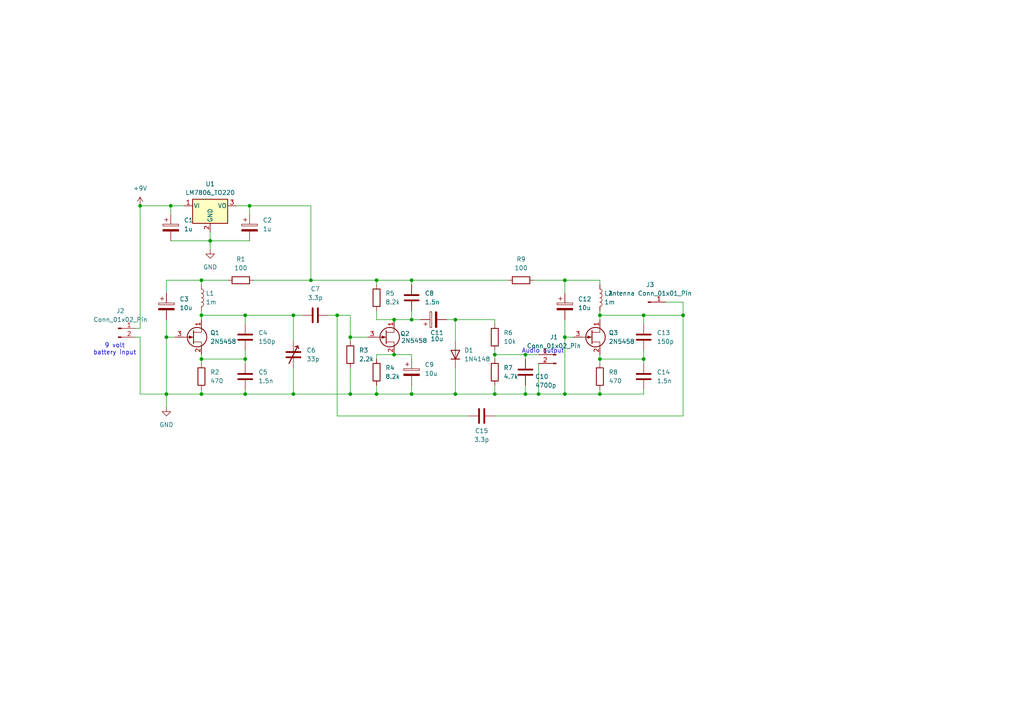
<source format=kicad_sch>
(kicad_sch (version 20250114) (generator "eeschema") (generator_version "9.0")
  (paper "A4")
  (title_block (title "Tone-Only Theremin") (date "2025-06-05") (rev "V1.2"))
  (lib_symbols
    (symbol "2N3819_1" (pin_names (hide yes))
      (property "Reference" "Q3" (at 5.08 1.2701 0))
      (property "Value" "2N5458" (at 5.08 -1.2699 0))
      (symbol "2N3819_1_0_1"
        (polyline (pts (xy 0 0) (xy -1.016 0.381) (xy -1.016 -0.381) (xy 0 0)) (fill (type outline)))
        (polyline (pts (xy 0.254 1.905) (xy 0.254 -1.905)) (stroke (width 0.254)))
        (polyline (pts (xy 0.254 0) (xy -2.54 0)))
        (circle (center 1.27 0) (radius 2.8194) (stroke (width 0.254)))
        (polyline (pts (xy 2.54 2.54) (xy 2.54 1.397) (xy 0.254 1.397)))
        (polyline (pts (xy 2.54 -2.54) (xy 2.54 -1.397) (xy 0.254 -1.397)))
      )
      (symbol "2N3819_1_1_1"
        (pin input line (at -5.08 0 0) (length 2.54) (name "G") (number "3"))
        (pin passive line (at 2.54 5.08 270) (length 2.54) (name "D") (number "1"))
        (pin passive line (at 2.54 -5.08 90) (length 2.54) (name "S") (number "2"))
      )
    )
    (symbol "2N3819_2" (pin_names (hide yes))
      (property "Reference" "Q2" (at 4.318 1.016 0))
      (property "Value" "2N5458" (at 4.572 -1.016 0))
      (symbol "2N3819_2_0_1"
        (polyline (pts (xy 0 0) (xy -1.016 0.381) (xy -1.016 -0.381) (xy 0 0)) (fill (type outline)))
        (polyline (pts (xy 0.254 1.905) (xy 0.254 -1.905)) (stroke (width 0.254)))
        (polyline (pts (xy 0.254 0) (xy -2.54 0)))
        (circle (center 1.27 0) (radius 2.8194) (stroke (width 0.254)))
        (polyline (pts (xy 2.54 2.54) (xy 2.54 1.397) (xy 0.254 1.397)))
        (polyline (pts (xy 2.54 -2.54) (xy 2.54 -1.397) (xy 0.254 -1.397)))
      )
      (symbol "2N3819_2_1_1"
        (pin input line (at -5.08 0 0) (length 2.54) (name "G") (number "3"))
        (pin passive line (at 2.54 5.08 270) (length 2.54) (name "D") (number "1"))
        (pin passive line (at 2.54 -5.08 90) (length 2.54) (name "S") (number "2"))
      )
    )
    (symbol "Connector:Conn_01x01_Pin" (pin_names (offset 1.016) (hide yes))
      (property "Reference" "J" (at 0 2.54 0))
      (property "Value" "Conn_01x01_Pin" (at 0 -2.54 0))
      (symbol "Conn_01x01_Pin_1_1"
        (rectangle (start 0.8636 0.127) (end 0 -0.127) (stroke (width 0.1524)) (fill (type outline)))
        (polyline (pts (xy 1.27 0) (xy 0.8636 0)) (stroke (width 0.1524)))
        (pin passive line (at 5.08 0 180) (length 3.81) (name "Pin_1") (number "1"))
      )
    )
    (symbol "Connector:Conn_01x02_Pin" (pin_names (offset 1.016) (hide yes))
      (property "Reference" "J" (at 0 2.54 0))
      (property "Value" "Conn_01x02_Pin" (at 0 -5.08 0))
      (symbol "Conn_01x02_Pin_1_1"
        (rectangle (start 0.8636 0.127) (end 0 -0.127) (stroke (width 0.1524)) (fill (type outline)))
        (rectangle (start 0.8636 -2.413) (end 0 -2.667) (stroke (width 0.1524)) (fill (type outline)))
        (polyline (pts (xy 1.27 0) (xy 0.8636 0)) (stroke (width 0.1524)))
        (polyline (pts (xy 1.27 -2.54) (xy 0.8636 -2.54)) (stroke (width 0.1524)))
        (pin passive line (at 5.08 0 180) (length 3.81) (name "Pin_1") (number "1"))
        (pin passive line (at 5.08 -2.54 180) (length 3.81) (name "Pin_2") (number "2"))
      )
    )
    (symbol "Device:C" (pin_numbers (hide yes)) (pin_names (offset 0.254))
      (property "Reference" "C" (at 0.635 2.54 0))
      (property "Value" "C" (at 0.635 -2.54 0))
      (symbol "C_0_1"
        (polyline (pts (xy -2.032 0.762) (xy 2.032 0.762)) (stroke (width 0.508)))
        (polyline (pts (xy -2.032 -0.762) (xy 2.032 -0.762)) (stroke (width 0.508)))
      )
      (symbol "C_1_1"
        (pin passive line (at 0 3.81 270) (length 2.794) (name "~") (number "1"))
        (pin passive line (at 0 -3.81 90) (length 2.794) (name "~") (number "2"))
      )
    )
    (symbol "Device:C_Polarized" (pin_numbers (hide yes)) (pin_names (offset 0.254))
      (property "Reference" "C" (at 0.635 2.54 0))
      (property "Value" "C_Polarized" (at 0.635 -2.54 0))
      (symbol "C_Polarized_0_1"
        (rectangle (start -2.286 0.508) (end 2.286 1.016))
        (polyline (pts (xy -1.778 2.286) (xy -0.762 2.286)))
        (polyline (pts (xy -1.27 2.794) (xy -1.27 1.778)))
        (rectangle (start 2.286 -0.508) (end -2.286 -1.016) (fill (type outline)))
      )
      (symbol "C_Polarized_1_1"
        (pin passive line (at 0 3.81 270) (length 2.794) (name "~") (number "1"))
        (pin passive line (at 0 -3.81 90) (length 2.794) (name "~") (number "2"))
      )
    )
    (symbol "Device:C_Variable" (pin_numbers (hide yes)) (pin_names (offset 0.254) (hide yes))
      (property "Reference" "C" (at 0.635 -1.905 0))
      (property "Value" "C_Variable" (at 0.635 -3.81 0))
      (symbol "C_Variable_0_1"
        (polyline (pts (xy -2.032 0.762) (xy 2.032 0.762)) (stroke (width 0.508)))
        (polyline (pts (xy -2.032 -0.762) (xy 2.032 -0.762)) (stroke (width 0.508)))
        (polyline (pts (xy 1.27 2.54) (xy -1.27 -2.54)) (stroke (width 0.3048)))
        (polyline (pts (xy 1.27 2.54) (xy 0.508 2.286)) (stroke (width 0.3048)))
        (polyline (pts (xy 1.27 2.54) (xy 1.524 1.778)) (stroke (width 0.3048)))
      )
      (symbol "C_Variable_1_1"
        (pin passive line (at 0 3.81 270) (length 3.048) (name "~") (number "1"))
        (pin passive line (at 0 -3.81 90) (length 3.048) (name "~") (number "2"))
      )
    )
    (symbol "Device:L" (pin_numbers (hide yes)) (pin_names (offset 1.016) (hide yes))
      (property "Reference" "L" (at -1.27 0 90))
      (property "Value" "L" (at 1.905 0 90))
      (symbol "L_0_1"
        (arc (start 0 2.54) (mid 0.6323 1.905) (end 0 1.27))
        (arc (start 0 1.27) (mid 0.6323 0.635) (end 0 0))
        (arc (start 0 0) (mid 0.6323 -0.635) (end 0 -1.27))
        (arc (start 0 -1.27) (mid 0.6323 -1.905) (end 0 -2.54))
      )
      (symbol "L_1_1"
        (pin passive line (at 0 3.81 270) (length 1.27) (name "1") (number "1"))
        (pin passive line (at 0 -3.81 90) (length 1.27) (name "2") (number "2"))
      )
    )
    (symbol "Device:R" (pin_numbers (hide yes)) (pin_names (offset 0))
      (property "Reference" "R" (at 2.032 0 90))
      (property "Value" "R" (at 0 0 90))
      (symbol "R_0_1"
        (rectangle (start -1.016 -2.54) (end 1.016 2.54) (stroke (width 0.254)))
      )
      (symbol "R_1_1"
        (pin passive line (at 0 3.81 270) (length 1.27) (name "~") (number "1"))
        (pin passive line (at 0 -3.81 90) (length 1.27) (name "~") (number "2"))
      )
    )
    (symbol "Diode:1N4148" (pin_numbers (hide yes)) (pin_names (hide yes))
      (property "Reference" "D" (at 0 2.54 0))
      (property "Value" "1N4148" (at 0 -2.54 0))
      (symbol "1N4148_0_1"
        (polyline (pts (xy -1.27 1.27) (xy -1.27 -1.27)) (stroke (width 0.254)))
        (polyline (pts (xy 1.27 1.27) (xy 1.27 -1.27) (xy -1.27 0) (xy 1.27 1.27)) (stroke (width 0.254)))
        (polyline (pts (xy 1.27 0) (xy -1.27 0)))
      )
      (symbol "1N4148_1_1"
        (pin passive line (at -3.81 0 0) (length 2.54) (name "K") (number "1"))
        (pin passive line (at 3.81 0 180) (length 2.54) (name "A") (number "2"))
      )
    )
    (symbol "Regulator_Linear:LM7806_TO220" (pin_names (offset 0.254))
      (property "Reference" "U" (at -3.81 3.175 0))
      (property "Value" "LM7806_TO220" (at 0 3.175 0))
      (symbol "LM7806_TO220_0_1"
        (rectangle (start -5.08 1.905) (end 5.08 -5.08) (stroke (width 0.254)) (fill (type background)))
      )
      (symbol "LM7806_TO220_1_1"
        (pin power_in line (at -7.62 0 0) (length 2.54) (name "VI") (number "1"))
        (pin power_in line (at 0 -7.62 90) (length 2.54) (name "GND") (number "2"))
        (pin power_out line (at 7.62 0 180) (length 2.54) (name "VO") (number "3"))
      )
    )
    (symbol "Transistor_FET:2N3819" (pin_names (hide yes))
      (property "Reference" "Q1" (at 5.08 1.2701 0))
      (property "Value" "2N5458" (at 5.08 -1.2699 0))
      (symbol "2N3819_0_1"
        (polyline (pts (xy 0 0) (xy -1.016 0.381) (xy -1.016 -0.381) (xy 0 0)) (fill (type outline)))
        (polyline (pts (xy 0.254 1.905) (xy 0.254 -1.905)) (stroke (width 0.254)))
        (polyline (pts (xy 0.254 0) (xy -2.54 0)))
        (circle (center 1.27 0) (radius 2.8194) (stroke (width 0.254)))
        (polyline (pts (xy 2.54 2.54) (xy 2.54 1.397) (xy 0.254 1.397)))
        (polyline (pts (xy 2.54 -2.54) (xy 2.54 -1.397) (xy 0.254 -1.397)))
      )
      (symbol "2N3819_1_1"
        (pin input line (at -5.08 0 0) (length 2.54) (name "G") (number "3"))
        (pin passive line (at 2.54 5.08 270) (length 2.54) (name "D") (number "1"))
        (pin passive line (at 2.54 -5.08 90) (length 2.54) (name "S") (number "2"))
      )
    )
    (symbol "power:GND" (power) (pin_numbers (hide yes)) (pin_names (offset 0) (hide yes))
      (property "Value" "GND" (at 0 -3.81 0))
      (symbol "GND_0_1"
        (polyline (pts (xy 0 0) (xy 0 -1.27) (xy 1.27 -1.27) (xy 0 -2.54) (xy -1.27 -1.27) (xy 0 -1.27)))
      )
      (symbol "GND_1_1"
        (pin power_in line (at 0 0 270) (length 0) (name "~") (number "1"))
      )
    )
    (symbol "power:VCC" (power) (pin_numbers (hide yes)) (pin_names (offset 0) (hide yes))
      (property "Value" "VCC" (at 0 3.556 0))
      (symbol "VCC_0_1"
        (polyline (pts (xy -0.762 1.27) (xy 0 2.54)))
        (polyline (pts (xy 0 2.54) (xy 0.762 1.27)))
        (polyline (pts (xy 0 0) (xy 0 2.54)))
      )
      (symbol "VCC_1_1"
        (pin power_in line (at 0 0 90) (length 0) (name "~") (number "1"))
      )
    )
  )
  (text "Audio output" (at 157.48 101.854 0) (effects (font (size 1.27 1.27))))
  (text "9 volt\nbattery input" (at 33.274 101.346 0) (effects (font (size 1.27 1.27))))
  (junction (at 186.69 104.14))
  (junction (at 119.38 92.71))
  (junction (at 163.83 81.28))
  (junction (at 58.42 114.3))
  (junction (at 152.4 102.87))
  (junction (at 48.26 97.79))
  (junction (at 143.51 114.3))
  (junction (at 173.99 114.3))
  (junction (at 58.42 91.44))
  (junction (at 109.22 81.28))
  (junction (at 152.4 114.3))
  (junction (at 58.42 104.14))
  (junction (at 48.26 114.3))
  (junction (at 114.3 92.71))
  (junction (at 85.09 114.3))
  (junction (at 198.12 91.44))
  (junction (at 72.39 59.69))
  (junction (at 156.21 114.3))
  (junction (at 90.17 81.28))
  (junction (at 58.42 81.28))
  (junction (at 85.09 91.44))
  (junction (at 173.99 104.14))
  (junction (at 97.79 91.44))
  (junction (at 101.6 97.79))
  (junction (at 132.08 92.71))
  (junction (at 101.6 114.3))
  (junction (at 173.99 91.44))
  (junction (at 132.08 114.3))
  (junction (at 119.38 114.3))
  (junction (at 71.12 114.3))
  (junction (at 71.12 104.14))
  (junction (at 71.12 91.44))
  (junction (at 186.69 91.44))
  (junction (at 40.64 59.69))
  (junction (at 114.3 102.87))
  (junction (at 60.96 69.85))
  (junction (at 109.22 114.3))
  (junction (at 49.53 59.69))
  (junction (at 163.83 97.79))
  (junction (at 163.83 114.3))
  (junction (at 143.51 102.87))
  (junction (at 119.38 81.28))
  (wire (pts (xy 119.38 114.3) (xy 109.22 114.3)))
  (wire (pts (xy 119.38 90.17) (xy 119.38 92.71)))
  (wire (pts (xy 119.38 114.3) (xy 132.08 114.3)))
  (wire (pts (xy 71.12 91.44) (xy 71.12 93.98)))
  (wire (pts (xy 186.69 114.3) (xy 186.69 113.03)))
  (wire (pts (xy 40.64 95.25) (xy 39.37 95.25)))
  (wire (pts (xy 90.17 81.28) (xy 109.22 81.28)))
  (wire (pts (xy 49.53 59.69) (xy 53.34 59.69)))
  (wire (pts (xy 152.4 114.3) (xy 152.4 111.76)))
  (wire (pts (xy 132.08 92.71) (xy 143.51 92.71)))
  (wire (pts (xy 156.21 114.3) (xy 163.83 114.3)))
  (wire (pts (xy 49.53 62.23) (xy 49.53 59.69)))
  (wire (pts (xy 60.96 69.85) (xy 60.96 67.31)))
  (wire (pts (xy 72.39 59.69) (xy 68.58 59.69)))
  (wire (pts (xy 119.38 92.71) (xy 114.3 92.71)))
  (wire (pts (xy 71.12 114.3) (xy 85.09 114.3)))
  (wire (pts (xy 173.99 81.28) (xy 173.99 82.55)))
  (wire (pts (xy 48.26 97.79) (xy 48.26 114.3)))
  (wire (pts (xy 109.22 81.28) (xy 119.38 81.28)))
  (wire (pts (xy 101.6 114.3) (xy 109.22 114.3)))
  (wire (pts (xy 48.26 92.71) (xy 48.26 97.79)))
  (wire (pts (xy 85.09 114.3) (xy 101.6 114.3)))
  (wire (pts (xy 85.09 91.44) (xy 87.63 91.44)))
  (wire (pts (xy 109.22 92.71) (xy 114.3 92.71)))
  (wire (pts (xy 132.08 114.3) (xy 143.51 114.3)))
  (wire (pts (xy 173.99 102.87) (xy 173.99 104.14)))
  (wire (pts (xy 114.3 93.98) (xy 114.3 92.71)))
  (wire (pts (xy 119.38 111.76) (xy 119.38 114.3)))
  (wire (pts (xy 143.51 101.6) (xy 143.51 102.87)))
  (wire (pts (xy 154.94 81.28) (xy 163.83 81.28)))
  (wire (pts (xy 132.08 106.68) (xy 132.08 114.3)))
  (wire (pts (xy 129.54 92.71) (xy 132.08 92.71)))
  (wire (pts (xy 85.09 114.3) (xy 85.09 106.68)))
  (wire (pts (xy 173.99 91.44) (xy 186.69 91.44)))
  (wire (pts (xy 71.12 105.41) (xy 71.12 104.14)))
  (wire (pts (xy 109.22 90.17) (xy 109.22 92.71)))
  (wire (pts (xy 101.6 106.68) (xy 101.6 114.3)))
  (wire (pts (xy 101.6 91.44) (xy 101.6 97.79)))
  (wire (pts (xy 40.64 59.69) (xy 49.53 59.69)))
  (wire (pts (xy 163.83 92.71) (xy 163.83 97.79)))
  (wire (pts (xy 58.42 81.28) (xy 66.04 81.28)))
  (wire (pts (xy 119.38 81.28) (xy 119.38 82.55)))
  (wire (pts (xy 156.21 105.41) (xy 156.21 114.3)))
  (wire (pts (xy 163.83 85.09) (xy 163.83 81.28)))
  (wire (pts (xy 58.42 113.03) (xy 58.42 114.3)))
  (wire (pts (xy 40.64 97.79) (xy 40.64 114.3)))
  (wire (pts (xy 95.25 91.44) (xy 97.79 91.44)))
  (wire (pts (xy 48.26 114.3) (xy 48.26 118.11)))
  (wire (pts (xy 72.39 62.23) (xy 72.39 59.69)))
  (wire (pts (xy 143.51 114.3) (xy 152.4 114.3)))
  (wire (pts (xy 101.6 97.79) (xy 101.6 99.06)))
  (wire (pts (xy 186.69 93.98) (xy 186.69 91.44)))
  (wire (pts (xy 186.69 101.6) (xy 186.69 104.14)))
  (wire (pts (xy 71.12 91.44) (xy 85.09 91.44)))
  (wire (pts (xy 152.4 104.14) (xy 152.4 102.87)))
  (wire (pts (xy 60.96 69.85) (xy 72.39 69.85)))
  (wire (pts (xy 152.4 114.3) (xy 156.21 114.3)))
  (wire (pts (xy 132.08 99.06) (xy 132.08 92.71)))
  (wire (pts (xy 48.26 85.09) (xy 48.26 81.28)))
  (wire (pts (xy 71.12 114.3) (xy 71.12 113.03)))
  (wire (pts (xy 198.12 91.44) (xy 198.12 120.65)))
  (wire (pts (xy 49.53 69.85) (xy 60.96 69.85)))
  (wire (pts (xy 58.42 91.44) (xy 58.42 92.71)))
  (wire (pts (xy 119.38 92.71) (xy 121.92 92.71)))
  (wire (pts (xy 163.83 97.79) (xy 163.83 114.3)))
  (wire (pts (xy 173.99 104.14) (xy 186.69 104.14)))
  (wire (pts (xy 71.12 101.6) (xy 71.12 104.14)))
  (wire (pts (xy 58.42 102.87) (xy 58.42 104.14)))
  (wire (pts (xy 97.79 120.65) (xy 97.79 91.44)))
  (wire (pts (xy 58.42 81.28) (xy 58.42 82.55)))
  (wire (pts (xy 58.42 90.17) (xy 58.42 91.44)))
  (wire (pts (xy 60.96 69.85) (xy 60.96 72.39)))
  (wire (pts (xy 143.51 102.87) (xy 143.51 104.14)))
  (wire (pts (xy 58.42 91.44) (xy 71.12 91.44)))
  (wire (pts (xy 58.42 114.3) (xy 48.26 114.3)))
  (wire (pts (xy 173.99 113.03) (xy 173.99 114.3)))
  (wire (pts (xy 72.39 59.69) (xy 90.17 59.69)))
  (wire (pts (xy 119.38 102.87) (xy 119.38 104.14)))
  (wire (pts (xy 40.64 59.69) (xy 40.64 95.25)))
  (wire (pts (xy 39.37 97.79) (xy 40.64 97.79)))
  (wire (pts (xy 186.69 105.41) (xy 186.69 104.14)))
  (wire (pts (xy 40.64 114.3) (xy 48.26 114.3)))
  (wire (pts (xy 97.79 91.44) (xy 101.6 91.44)))
  (wire (pts (xy 143.51 92.71) (xy 143.51 93.98)))
  (wire (pts (xy 119.38 81.28) (xy 147.32 81.28)))
  (wire (pts (xy 173.99 114.3) (xy 186.69 114.3)))
  (wire (pts (xy 163.83 114.3) (xy 173.99 114.3)))
  (wire (pts (xy 48.26 97.79) (xy 50.8 97.79)))
  (wire (pts (xy 90.17 59.69) (xy 90.17 81.28)))
  (wire (pts (xy 58.42 114.3) (xy 71.12 114.3)))
  (wire (pts (xy 143.51 120.65) (xy 198.12 120.65)))
  (wire (pts (xy 193.04 87.63) (xy 198.12 87.63)))
  (wire (pts (xy 143.51 111.76) (xy 143.51 114.3)))
  (wire (pts (xy 173.99 91.44) (xy 173.99 92.71)))
  (wire (pts (xy 109.22 114.3) (xy 109.22 111.76)))
  (wire (pts (xy 48.26 81.28) (xy 58.42 81.28)))
  (wire (pts (xy 58.42 104.14) (xy 58.42 105.41)))
  (wire (pts (xy 173.99 90.17) (xy 173.99 91.44)))
  (wire (pts (xy 163.83 81.28) (xy 173.99 81.28)))
  (wire (pts (xy 152.4 102.87) (xy 143.51 102.87)))
  (wire (pts (xy 186.69 91.44) (xy 198.12 91.44)))
  (wire (pts (xy 152.4 102.87) (xy 156.21 102.87)))
  (wire (pts (xy 114.3 102.87) (xy 119.38 102.87)))
  (wire (pts (xy 163.83 97.79) (xy 166.37 97.79)))
  (wire (pts (xy 109.22 102.87) (xy 109.22 104.14)))
  (wire (pts (xy 198.12 87.63) (xy 198.12 91.44)))
  (wire (pts (xy 109.22 82.55) (xy 109.22 81.28)))
  (wire (pts (xy 58.42 104.14) (xy 71.12 104.14)))
  (wire (pts (xy 114.3 102.87) (xy 109.22 102.87)))
  (wire (pts (xy 135.89 120.65) (xy 97.79 120.65)))
  (wire (pts (xy 173.99 104.14) (xy 173.99 105.41)))
  (wire (pts (xy 90.17 81.28) (xy 73.66 81.28)))
  (wire (pts (xy 101.6 97.79) (xy 106.68 97.79)))
  (wire (pts (xy 85.09 91.44) (xy 85.09 99.06)))
  (symbol (lib_id "Device:C") (at 91.44 91.44 90) (unit 1)
    (property "Reference" "C7" (at 91.44 83.82 90))
    (property "Value" "3.3p" (at 91.44 86.36 90))
    (property "Footprint" "Capacitor_THT:C_Disc_D3.0mm_W1.6mm_P2.50mm" (effects (hide yes)))
    (property "Description" "Unpolarized capacitor" (effects (hide yes)))
  )
  (symbol (lib_id "Device:C") (at 139.7 120.65 90) (unit 1)
    (property "Reference" "C15" (at 139.7 124.968 90))
    (property "Value" "3.3p" (at 139.7 127.508 90))
    (property "Footprint" "Capacitor_THT:C_Disc_D3.0mm_W1.6mm_P2.50mm" (effects (hide yes)))
    (property "Description" "Unpolarized capacitor" (effects (hide yes)))
  )
  (symbol (lib_id "Device:L") (at 58.42 86.36 0) (unit 1)
    (property "Reference" "L1" (at 59.69 85.0899 0) (effects (justify left)))
    (property "Value" "1m" (at 59.69 87.6299 0) (effects (justify left)))
    (property "Footprint" "Transistor_THT:L_Axial_L5.3mm_D2.2mm_P10.16mm_Horizontal_Vishay_IM-1" (effects (hide yes)))
    (property "Description" "Inductor" (effects (hide yes)))
  )
  (symbol (lib_id "Device:R") (at 101.6 102.87 0) (unit 1)
    (property "Reference" "R3" (at 104.14 101.5999 0) (effects (justify left)))
    (property "Value" "2.2k" (at 104.14 104.1399 0) (effects (justify left)))
    (property "Footprint" "Resistor_THT:R_Axial_DIN0204_L3.6mm_D1.6mm_P7.62mm_Horizontal" (effects (hide yes)))
    (property "Description" "Resistor" (effects (hide yes)))
  )
  (symbol (lib_id "Device:C_Variable") (at 85.09 102.87 0) (unit 1)
    (property "Reference" "C6" (at 88.9 101.5999 0) (effects (justify left)))
    (property "Value" "33p" (at 88.9 104.1399 0) (effects (justify left)))
    (property "Footprint" "Capacitor_THT:CP_Radial_D4.0mm_P1.50mm" (effects (hide yes)))
    (property "Description" "Variable capacitor" (effects (hide yes)))
  )
  (symbol (lib_id "Connector:Conn_01x01_Pin") (at 187.96 87.63 0) (unit 1)
    (property "Reference" "J3" (at 188.595 82.55 0))
    (property "Value" "Antenna Conn_01x01_Pin" (at 188.595 85.09 0))
    (property "Footprint" "Connector_Wire:SolderWire-0.1sqmm_1x01_D0.4mm_OD1mm" (effects (hide yes)))
    (property "Description" "Generic connector, single row, 01x01, script generated" (effects (hide yes)))
  )
  (symbol (lib_id "power:VCC") (at 40.64 59.69 0) (unit 1)
    (property "Reference" "#PWR02" (effects (hide yes)))
    (property "Value" "+9V" (at 40.64 54.61 0))
    (property "Description" "Power symbol creates a global label with name \"VCC\"" (effects (hide yes)))
  )
  (symbol (lib_id "Connector:Conn_01x02_Pin") (at 34.29 95.25 0) (unit 1)
    (property "Reference" "J2" (at 34.925 90.17 0))
    (property "Value" "Conn_01x02_Pin" (at 34.925 92.71 0))
    (property "Footprint" "Connector_Wire:SolderWire-0.1sqmm_1x02_P3.6mm_D0.4mm_OD1mm" (effects (hide yes)))
    (property "Description" "Generic connector, single row, 01x02, script generated" (effects (hide yes)))
  )
  (symbol (lib_name "2N3819_2") (lib_id "Transistor_FET:2N3819") (at 111.76 97.79 0) (unit 1)
    (property "Reference" "Q2" (at 116.078 96.774 0) (effects (justify left)))
    (property "Value" "2N5458" (at 116.332 98.806 0) (effects (justify left)))
    (property "Footprint" "Package_TO_SOT_THT:TO-92_Inline" (effects (hide yes)))
    (property "Datasheet" "https://my.centralsemi.com/datasheets/2N3819.PDF" (effects (hide yes)))
    (property "Description" "20mA Id, 25V Vgs, N-Channel JFET Transistor, TO-92" (effects (hide yes)))
  )
  (symbol (lib_id "Device:R") (at 109.22 86.36 0) (unit 1)
    (property "Reference" "R5" (at 111.76 85.0899 0) (effects (justify left)))
    (property "Value" "8.2k" (at 111.76 87.6299 0) (effects (justify left)))
    (property "Footprint" "Resistor_THT:R_Axial_DIN0204_L3.6mm_D1.6mm_P7.62mm_Horizontal" (effects (hide yes)))
    (property "Description" "Resistor" (effects (hide yes)))
  )
  (symbol (lib_id "Device:C") (at 186.69 109.22 0) (unit 1)
    (property "Reference" "C14" (at 190.5 107.9499 0) (effects (justify left)))
    (property "Value" "1.5n" (at 190.5 110.4899 0) (effects (justify left)))
    (property "Footprint" "Capacitor_THT:C_Disc_D3.0mm_W1.6mm_P2.50mm" (effects (hide yes)))
    (property "Description" "Unpolarized capacitor" (effects (hide yes)))
  )
  (symbol (lib_id "Device:L") (at 173.99 86.36 0) (unit 1)
    (property "Reference" "L2" (at 175.26 85.0899 0) (effects (justify left)))
    (property "Value" "1m" (at 175.26 87.6299 0) (effects (justify left)))
    (property "Footprint" "Transistor_THT:L_Axial_L5.3mm_D2.2mm_P10.16mm_Horizontal_Vishay_IM-1" (effects (hide yes)))
    (property "Description" "Inductor" (effects (hide yes)))
  )
  (symbol (lib_id "Device:C") (at 119.38 86.36 0) (unit 1)
    (property "Reference" "C8" (at 123.19 85.0899 0) (effects (justify left)))
    (property "Value" "1.5n" (at 123.19 87.6299 0) (effects (justify left)))
    (property "Footprint" "Capacitor_THT:C_Disc_D3.0mm_W1.6mm_P2.50mm" (effects (hide yes)))
    (property "Description" "Unpolarized capacitor" (effects (hide yes)))
  )
  (symbol (lib_id "Transistor_FET:2N3819") (at 55.88 97.79 0) (unit 1)
    (property "Reference" "Q1" (at 60.96 96.5199 0) (effects (justify left)))
    (property "Value" "2N5458" (at 60.96 99.0599 0) (effects (justify left)))
    (property "Footprint" "Package_TO_SOT_THT:TO-92_Inline" (effects (hide yes)))
    (property "Datasheet" "https://my.centralsemi.com/datasheets/2N3819.PDF" (effects (hide yes)))
    (property "Description" "20mA Id, 25V Vgs, N-Channel JFET Transistor, TO-92" (effects (hide yes)))
  )
  (symbol (lib_id "Device:R") (at 173.99 109.22 0) (unit 1)
    (property "Reference" "R8" (at 176.53 107.9499 0) (effects (justify left)))
    (property "Value" "470" (at 176.53 110.4899 0) (effects (justify left)))
    (property "Footprint" "Resistor_THT:R_Axial_DIN0204_L3.6mm_D1.6mm_P7.62mm_Horizontal" (effects (hide yes)))
    (property "Description" "Resistor" (effects (hide yes)))
  )
  (symbol (lib_id "Device:R") (at 143.51 107.95 0) (unit 1)
    (property "Reference" "R7" (at 146.05 106.6799 0) (effects (justify left)))
    (property "Value" "4.7k" (at 146.05 109.2199 0) (effects (justify left)))
    (property "Footprint" "Resistor_THT:R_Axial_DIN0204_L3.6mm_D1.6mm_P7.62mm_Horizontal" (effects (hide yes)))
    (property "Description" "Resistor" (effects (hide yes)))
  )
  (symbol (lib_id "Device:C") (at 71.12 109.22 0) (unit 1)
    (property "Reference" "C5" (at 74.93 107.9499 0) (effects (justify left)))
    (property "Value" "1.5n" (at 74.93 110.4899 0) (effects (justify left)))
    (property "Footprint" "Capacitor_THT:C_Disc_D3.0mm_W1.6mm_P2.50mm" (effects (hide yes)))
    (property "Description" "Unpolarized capacitor" (effects (hide yes)))
  )
  (symbol (lib_id "Device:R") (at 151.13 81.28 90) (mirror x) (unit 1)
    (property "Reference" "R9" (at 151.13 75.184 90))
    (property "Value" "100" (at 151.13 77.724 90))
    (property "Footprint" "Resistor_THT:R_Axial_DIN0204_L3.6mm_D1.6mm_P7.62mm_Horizontal" (effects (hide yes)))
    (property "Description" "Resistor" (effects (hide yes)))
  )
  (symbol (lib_id "Device:C_Polarized") (at 163.83 88.9 0) (unit 1)
    (property "Reference" "C12" (at 167.64 86.7409 0) (effects (justify left)))
    (property "Value" "10u" (at 167.64 89.2809 0) (effects (justify left)))
    (property "Footprint" "Capacitor_THT:CP_Radial_D4.0mm_P1.50mm" (effects (hide yes)))
    (property "Description" "Polarized capacitor" (effects (hide yes)))
  )
  (symbol (lib_id "Device:R") (at 143.51 97.79 0) (unit 1)
    (property "Reference" "R6" (at 146.05 96.5199 0) (effects (justify left)))
    (property "Value" "10k" (at 146.05 99.0599 0) (effects (justify left)))
    (property "Footprint" "Resistor_THT:R_Axial_DIN0204_L3.6mm_D1.6mm_P7.62mm_Horizontal" (effects (hide yes)))
    (property "Description" "Resistor" (effects (hide yes)))
  )
  (symbol (lib_id "Device:C_Polarized") (at 48.26 88.9 0) (unit 1)
    (property "Reference" "C3" (at 52.07 86.7409 0) (effects (justify left)))
    (property "Value" "10u" (at 52.07 89.2809 0) (effects (justify left)))
    (property "Footprint" "Capacitor_THT:CP_Radial_D4.0mm_P1.50mm" (effects (hide yes)))
    (property "Description" "Polarized capacitor" (effects (hide yes)))
  )
  (symbol (lib_id "Regulator_Linear:LM7806_TO220") (at 60.96 59.69 0) (unit 1)
    (property "Reference" "U1" (at 60.96 53.34 0))
    (property "Value" "LM7806_TO220" (at 60.96 55.88 0))
    (property "Footprint" "Package_TO_SOT_THT:TO-220-3_Vertical" (effects (hide yes)))
    (property "Datasheet" "https://www.onsemi.cn/PowerSolutions/document/MC7800-D.PDF" (effects (hide yes)))
    (property "Description" "Positive 1A 35V Linear Regulator, Fixed Output 6V, TO-220" (effects (hide yes)))
  )
  (symbol (lib_id "Device:C_Polarized") (at 49.53 66.04 0) (unit 1)
    (property "Reference" "C1" (at 53.34 63.8809 0) (effects (justify left)))
    (property "Value" "1u" (at 53.34 66.4209 0) (effects (justify left)))
    (property "Footprint" "Capacitor_THT:CP_Radial_D4.0mm_P1.50mm" (effects (hide yes)))
    (property "Description" "Polarized capacitor" (effects (hide yes)))
  )
  (symbol (lib_id "power:GND") (at 48.26 118.11 0) (unit 1)
    (property "Reference" "#PWR03" (effects (hide yes)))
    (property "Value" "GND" (at 48.26 123.19 0))
    (property "Description" "Power symbol creates a global label with name \"GND\" , ground" (effects (hide yes)))
  )
  (symbol (lib_id "Device:C_Polarized") (at 119.38 107.95 0) (unit 1)
    (property "Reference" "C9" (at 123.19 105.7909 0) (effects (justify left)))
    (property "Value" "10u" (at 123.19 108.3309 0) (effects (justify left)))
    (property "Footprint" "Capacitor_THT:CP_Radial_D4.0mm_P1.50mm" (effects (hide yes)))
    (property "Description" "Polarized capacitor" (effects (hide yes)))
  )
  (symbol (lib_id "Device:R") (at 69.85 81.28 270) (unit 1)
    (property "Reference" "R1" (at 69.85 75.184 90))
    (property "Value" "100" (at 69.85 77.724 90))
    (property "Footprint" "Resistor_THT:R_Axial_DIN0204_L3.6mm_D1.6mm_P7.62mm_Horizontal" (effects (hide yes)))
    (property "Description" "Resistor" (effects (hide yes)))
  )
  (symbol (lib_id "Device:C_Polarized") (at 125.73 92.71 90) (unit 1)
    (property "Reference" "C11" (at 126.746 96.52 90))
    (property "Value" "10u" (at 126.746 98.298 90))
    (property "Footprint" "Capacitor_THT:CP_Radial_D4.0mm_P1.50mm" (effects (hide yes)))
    (property "Description" "Polarized capacitor" (effects (hide yes)))
  )
  (symbol (lib_id "Device:C") (at 186.69 97.79 0) (unit 1)
    (property "Reference" "C13" (at 190.5 96.5199 0) (effects (justify left)))
    (property "Value" "150p" (at 190.5 99.0599 0) (effects (justify left)))
    (property "Footprint" "Capacitor_THT:C_Disc_D3.0mm_W1.6mm_P2.50mm" (effects (hide yes)))
    (property "Description" "Unpolarized capacitor" (effects (hide yes)))
  )
  (symbol (lib_id "Connector:Conn_01x02_Pin") (at 161.29 102.87 0) (mirror y) (unit 1)
    (property "Reference" "J1" (at 160.655 97.79 0))
    (property "Value" "Conn_01x02_Pin" (at 160.655 100.33 0))
    (property "Footprint" "Connector_Wire:SolderWire-0.1sqmm_1x02_P3.6mm_D0.4mm_OD1mm" (effects (hide yes)))
    (property "Description" "Generic connector, single row, 01x02, script generated" (effects (hide yes)))
  )
  (symbol (lib_id "power:GND") (at 60.96 72.39 0) (unit 1)
    (property "Reference" "#PWR01" (effects (hide yes)))
    (property "Value" "GND" (at 60.96 77.47 0))
    (property "Description" "Power symbol creates a global label with name \"GND\" , ground" (effects (hide yes)))
  )
  (symbol (lib_id "Device:C") (at 152.4 107.95 0) (unit 1)
    (property "Reference" "C10" (at 155.194 109.22 0) (effects (justify left)))
    (property "Value" "4700p" (at 155.194 111.76 0) (effects (justify left)))
    (property "Footprint" "Capacitor_THT:C_Rect_L4.6mm_W2.0mm_P2.50mm_MKS02_FKP02" (effects (hide yes)))
    (property "Description" "Unpolarized capacitor" (effects (hide yes)))
  )
  (symbol (lib_id "Device:C") (at 71.12 97.79 0) (unit 1)
    (property "Reference" "C4" (at 74.93 96.5199 0) (effects (justify left)))
    (property "Value" "150p" (at 74.93 99.0599 0) (effects (justify left)))
    (property "Footprint" "Capacitor_THT:C_Disc_D3.0mm_W1.6mm_P2.50mm" (effects (hide yes)))
    (property "Description" "Unpolarized capacitor" (effects (hide yes)))
  )
  (symbol (lib_id "Device:C_Polarized") (at 72.39 66.04 0) (unit 1)
    (property "Reference" "C2" (at 76.2 63.8809 0) (effects (justify left)))
    (property "Value" "1u" (at 76.2 66.4209 0) (effects (justify left)))
    (property "Footprint" "Capacitor_THT:CP_Radial_D4.0mm_P1.50mm" (effects (hide yes)))
    (property "Description" "Polarized capacitor" (effects (hide yes)))
  )
  (symbol (lib_id "Device:R") (at 109.22 107.95 0) (unit 1)
    (property "Reference" "R4" (at 111.76 106.6799 0) (effects (justify left)))
    (property "Value" "8.2k" (at 111.76 109.2199 0) (effects (justify left)))
    (property "Footprint" "Resistor_THT:R_Axial_DIN0204_L3.6mm_D1.6mm_P7.62mm_Horizontal" (effects (hide yes)))
    (property "Description" "Resistor" (effects (hide yes)))
  )
  (symbol (lib_id "Device:R") (at 58.42 109.22 0) (unit 1)
    (property "Reference" "R2" (at 60.96 107.9499 0) (effects (justify left)))
    (property "Value" "470" (at 60.96 110.4899 0) (effects (justify left)))
    (property "Footprint" "Resistor_THT:R_Axial_DIN0204_L3.6mm_D1.6mm_P7.62mm_Horizontal" (effects (hide yes)))
    (property "Description" "Resistor" (effects (hide yes)))
  )
  (symbol (lib_id "Diode:1N4148") (at 132.08 102.87 90) (unit 1)
    (property "Reference" "D1" (at 134.62 101.5999 90) (effects (justify right)))
    (property "Value" "1N4148" (at 134.62 104.1399 90) (effects (justify right)))
    (property "Footprint" "Diode_THT:D_DO-35_SOD27_P7.62mm_Horizontal" (effects (hide yes)))
    (property "Datasheet" "https://assets.nexperia.com/documents/data-sheet/1N4148_1N4448.pdf" (effects (hide yes)))
    (property "Description" "100V 0.15A standard switching diode, DO-35" (effects (hide yes)))
    (property "Sim.Device" "D" (effects (hide yes)))
    (property "Sim.Pins" "1=K 2=A" (effects (hide yes)))
  )
  (symbol (lib_name "2N3819_1") (lib_id "Transistor_FET:2N3819") (at 171.45 97.79 0) (unit 1)
    (property "Reference" "Q3" (at 176.53 96.5199 0) (effects (justify left)))
    (property "Value" "2N5458" (at 176.53 99.0599 0) (effects (justify left)))
    (property "Footprint" "Package_TO_SOT_THT:TO-92_Inline" (effects (hide yes)))
    (property "Datasheet" "https://my.centralsemi.com/datasheets/2N3819.PDF" (effects (hide yes)))
    (property "Description" "20mA Id, 25V Vgs, N-Channel JFET Transistor, TO-92" (effects (hide yes)))
  )
)
</source>
